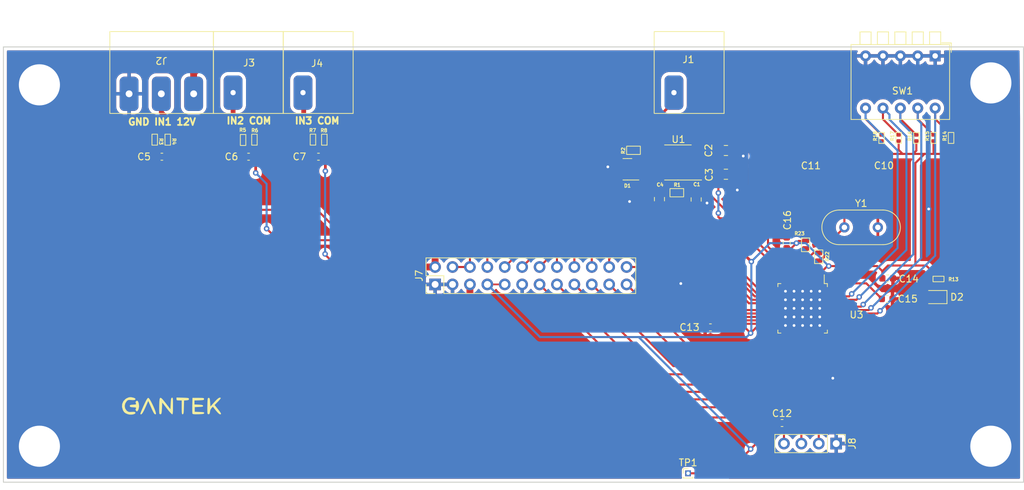
<source format=kicad_pcb>
(kicad_pcb (version 20211014) (generator pcbnew)
  (layers (0 "F.Cu" signal) (31 "B.Cu" signal) (34 "B.Paste" user) (35 "F.Paste" user) (36 "B.SilkS" user "B.Silkscreen") (37 "F.SilkS" user "F.Silkscreen") (38 "B.Mask" user) (39 "F.Mask" user) (44 "Edge.Cuts" user))
  (net 0 "")
  (net 1 "12v")
  (net 2 "IN1")
  (net 3 "GND")
  (net 4 "B")
  (net 5 "A")
  (net 6 "IN2")
  (net 7 "IN3")
  (net 8 "RX")
  (net 9 "VMCU")
  (net 13 "S2")
  (net 14 "S1")
  (net 15 "S0")
  (net 16 "TXEN")
  (net 17 "TX")
  (net 20 "RELAY_1")
  (net 21 "RELAY_2")
  (net 22 "RELAY_3")
  (net 23 "RELAY_4")
  (net 24 "RELAY_5")
  (net 25 "VO_1_LOCK")
  (net 26 "PB10")
  (net 27 "VO_4_DOOR")
  (net 28 "VO_5_LOCK")
  (net 29 "VO_1_DOOR")
  (net 30 "V0_2_LOCK")
  (net 31 "VO_2_DOOR")
  (net 32 "VO_3_LOCK")
  (net 33 "VO_3_DOOR")
  (net 34 "SWDIO")
  (net 35 "SWDCLK")
  (net 36 "RESET")
  (net 37 "PC1")
  (net 38 "VO_5_DOOR")
  (net 39 "VO_4_LOCK")
  (net 40 "PB4")
  (net 41 "PB5")
  (net 42 "OSCOUT")
  (net 43 "PB8")
  (net 44 "PB9")
  (net 45 "Net-(D2-Pad2)")
  (net 46 "OSCIN")
  (net 47 "GND1")
  (net 48 "Net-(C12-Pad2)")
  (footprint "Capacitor_SMD:C_0201_0603Metric" (layer "F.Cu") (at 179.11 57.53)
    (fp_text reference "C11")
    (fp_text value "10pF")
  )
  (footprint "Capacitor_SMD:C_0603_1608Metric" (layer "F.Cu") (at 174.9 94)
    (fp_text reference "C12")
    (fp_text value "100nF")
  )
  (footprint "Package_QFP:LQFP-48_7x7mm_P0.5mm" (layer "F.Cu") (at 177.9 77.27 -90)
    (fp_text reference "U3")
    (fp_text value "STM32F030C6Tx")
  )
  (footprint "as_kutuphane:as_0805_res" (layer "F.Cu") (at 180.85 70.737 180)
    (fp_text reference "R22")
    (fp_text value "1M")
  )
  (footprint "Package_SO:SOIC-8_3.9x4.9mm_P1.27mm" (layer "F.Cu") (at 159.71 55.98 180)
    (fp_text reference "U1")
    (fp_text value "MAX14783ExS")
  )
  (footprint "Capacitor_SMD:C_0805_2012Metric" (layer "F.Cu") (at 166.71 54.23 180)
    (fp_text reference "C2")
    (fp_text value "47pF/16v")
  )
  (footprint "as_kutuphane:as_0805_res" (layer "F.Cu") (at 152.223 54.80425 90)
    (fp_text reference "R2")
    (fp_text value "120")
  )
  (footprint "Package_TO_SOT_SMD:SOT-23" (layer "F.Cu") (at 152.335 56.975 180)
    (fp_text reference "D1")
    (fp_text value "SP0502BAHT")
  )
  (footprint "Crystal:Crystal_HC49-4H_Vertical" (layer "F.Cu") (at 184 65.45)
    (fp_text reference "Y1")
    (fp_text value "8MHz")
  )
  (footprint "as_kutuphane:as_0603_res" (layer "F.Cu") (at 196.605 53.195 90)
    (fp_text reference "R15")
    (fp_text value "10k")
  )
  (footprint "as_kutuphane:as_0603_res" (layer "F.Cu") (at 83.755 51.855 -90)
    (fp_text reference "R3")
    (fp_text value "7,9K")
  )
  (footprint "as_kutuphane:as_terminal_1x3" (layer "F.Cu") (at 91.915 48.82 180)
    (fp_text reference "J2")
    (fp_text value "12V OUT COM")
  )
  (footprint "as_kutuphane:as_0603_res" (layer "F.Cu") (at 191.515 53.195 90)
    (fp_text reference "R17")
    (fp_text value "10k")
  )
  (footprint "as_kutuphane:as_0603_res" (layer "F.Cu") (at 85.655 51.855 -90)
    (fp_text reference "R4")
    (fp_text value "165R")
  )
  (footprint "Connector_PinHeader_2.54mm:PinHeader_2x12_P2.54mm_Vertical" (layer "F.Cu") (at 124.275 73.775 90)
    (fp_text reference "J7")
    (fp_text value "Conn_02x12_Counter_Clockwise")
  )
  (footprint "Capacitor_SMD:C_0805_2012Metric" (layer "F.Cu") (at 162.37 61.38 -90)
    (fp_text reference "C1")
    (fp_text value "47pF/16v")
  )
  (footprint "Button_Switch_THT:SW_DIP_SPSTx05_Piano_10.8x14.26mm_W7.62mm_P2.54mm" (layer "F.Cu") (at 197.245 40.43 -90)
    (fp_text reference "SW1")
    (fp_text value "door_choice")
  )
  (footprint "as_kutuphane:as_0603_res" (layer "F.Cu") (at 189.025 53.195 90)
    (fp_text reference "R18")
    (fp_text value "10k")
  )
  (footprint "as_kutuphane:as_0805_res" (layer "F.Cu") (at 160.545 59.795 -90)
    (fp_text reference "R1")
    (fp_text value "4k7")
  )
  (footprint "Capacitor_SMD:C_0603_1608Metric" (layer "F.Cu") (at 164.45 80.04)
    (fp_text reference "C13")
    (fp_text value "100nF")
  )
  (footprint "as_kutuphane:as_0603_res" (layer "F.Cu") (at 106.85 51.85 -90)
    (fp_text reference "R7")
    (fp_text value "7,9K")
  )
  (footprint "as_kutuphane:as_0603_res" (layer "F.Cu") (at 98.31 51.855 -90)
    (fp_text reference "R6")
    (fp_text value "165R")
  )
  (footprint "Capacitor_SMD:C_0603_1608Metric" (layer "F.Cu") (at 97.055 55.14 180)
    (fp_text reference "C6")
    (fp_text value "10pF")
  )
  (footprint "Capacitor_SMD:C_0603_1608Metric" (layer "F.Cu") (at 175.58 67.7 -90)
    (fp_text reference "C16")
    (fp_text value "100nF")
  )
  (footprint "Capacitor_SMD:C_0603_1608Metric" (layer "F.Cu") (at 107.255 55.14 180)
    (fp_text reference "C7")
    (fp_text value "10pF")
  )
  (footprint "as_kutuphane:as_0603_res" (layer "F.Cu") (at 96.65 51.895 -90)
    (fp_text reference "R5")
    (fp_text value "7,9K")
  )
  (footprint "Capacitor_SMD:C_0201_0603Metric" (layer "F.Cu") (at 189.81 57.53 180)
    (fp_text reference "C10")
    (fp_text value "10pF")
  )
  (footprint "LOGO:LOGO" (layer "F.Cu") (at 85.772409 91.470449)
    (fp_text reference "G***")
    (fp_text value "LOGO" hide)
  )
  (footprint "LED_SMD:LED_0805_2012Metric" (layer "F.Cu") (at 197.2825 75.625 180)
    (fp_text reference "D2")
    (fp_text value "power_led")
  )
  (footprint "Capacitor_SMD:C_0603_1608Metric" (layer "F.Cu") (at 190.315 72.89 180)
    (fp_text reference "C14")
    (fp_text value "100nF")
  )
  (footprint "as_kutuphane:as_0603_res" (layer "F.Cu") (at 108.51 51.855 -90)
    (fp_text reference "R8")
    (fp_text value "165R")
  )
  (footprint "Capacitor_SMD:C_0805_2012Metric" (layer "F.Cu") (at 157.01 61.33 90)
    (fp_text reference "C4")
    (fp_text value "47pF/16v")
  )
  (footprint "Capacitor_SMD:C_0805_2012Metric" (layer "F.Cu") (at 166.71 57.7)
    (fp_text reference "C3")
    (fp_text value "47pF/16v")
  )
  (footprint "Connector_PinHeader_1.00mm:PinHeader_1x01_P1.00mm_Vertical" (layer "F.Cu") (at 161.19 101.34)
    (fp_text reference "TP1")
    (fp_text value "TestPoint")
  )
  (footprint "Capacitor_SMD:C_0603_1608Metric" (layer "F.Cu") (at 84.4 55.14 180)
    (fp_text reference "C5")
    (fp_text value "10pF")
  )
  (footprint "as_kutuphane:terminalblock_vertical_10.20mmx11.94mm" (layer "F.Cu") (at 166.445 48.82 180)
    (fp_text reference "J1")
    (fp_text value "A+  B-")
  )
  (footprint "as_kutuphane:terminalblock_vertical_10.20mmx11.94mm" (layer "F.Cu") (at 102.115 48.82 180)
    (fp_text reference "J3")
    (fp_text value "OUT1 COM")
  )
  (footprint "as_kutuphane:terminalblock_vertical_10.20mmx11.94mm" (layer "F.Cu") (at 112.315 48.82 180)
    (fp_text reference "J4")
    (fp_text value "OUT2 COM")
  )
  (footprint "as_kutuphane:as_0603_res" (layer "F.Cu") (at 196.9325 72.585)
    (fp_text reference "R13")
    (fp_text value "100R")
  )
  (footprint "as_kutuphane:as_0603_res" (layer "F.Cu") (at 194.095 53.195 90)
    (fp_text reference "R16")
    (fp_text value "10k")
  )
  (footprint "Connector_PinHeader_2.54mm:PinHeader_1x04_P2.54mm_Vertical" (layer "F.Cu") (at 182.8 97 -90)
    (fp_text reference "J8")
    (fp_text value "SWD_Conn")
  )
  (footprint "as_kutuphane:as_0805_res" (layer "F.Cu") (at 177.735 66.995)
    (fp_text reference "R23")
    (fp_text value "10k")
  )
  (footprint "Capacitor_SMD:C_0603_1608Metric" (layer "F.Cu") (at 190.245 75.89 180)
    (fp_text reference "C15")
    (fp_text value "100nF")
  )
  (footprint "as_kutuphane:as_0603_res" (layer "F.Cu") (at 199.165 53.195 90)
    (fp_text reference "R14")
    (fp_text value "10k")
  )
  (gr_rect locked (start 61.28 39.12) (end 210.14 102.64) (layer "Edge.Cuts") (width 0.15) (fill none))
  (gr_text "IN2 COM\n" (at 97.1 49.89) (layer "F.SilkS") (effects (font (size 1 1) (thickness 0.25))))
  (gr_text "IN3 COM\n" (at 107.06 49.89) (layer "F.SilkS") (effects (font (size 1 1) (thickness 0.25))))
  (gr_text "GND IN1 12V\n" (at 84.42 50.05) (layer "F.SilkS") (effects (font (size 1 1) (thickness 0.25))))
  (segment (start 113.52 41.72) (end 124.275 52.475) (width 1) (layer "F.Cu") (net 1))
  (segment (start 122.73 76.79) (end 120.44 74.5) (width 1) (layer "F.Cu") (net 1))
  (segment (start 89.04 42.92) (end 90.24 41.72) (width 1) (layer "F.Cu") (net 1))
  (segment (start 89.04 45.96) (end 89.04 42.92) (width 1) (layer "F.Cu") (net 1))
  (segment (start 128.15 76.79) (end 122.73 76.79) (width 1) (layer "F.Cu") (net 1))
  (segment (start 121.695 71.235) (end 124.275 71.235) (width 1) (layer "F.Cu") (net 1))
  (segment (start 120.44 74.5) (end 120.44 72.49) (width 1) (layer "F.Cu") (net 1))
  (segment (start 90.24 41.72) (end 113.52 41.72) (width 1) (layer "F.Cu") (net 1))
  (segment (start 120.44 72.49) (end 121.695 71.235) (width 1) (layer "F.Cu") (net 1))
  (segment (start 124.275 52.475) (end 124.275 71.235) (width 1) (layer "F.Cu") (net 1))
  (segment (start 129.355 75.585) (end 128.15 76.79) (width 1) (layer "F.Cu") (net 1))
  (segment (start 129.355 73.775) (end 129.355 75.585) (width 1) (layer "F.Cu") (net 1))
  (segment (start 86.1 51.36) (end 86.1 50.45) (width 0.7) (layer "F.Cu") (net 2))
  (segment (start 83.355 52.205) (end 85.255 52.205) (width 0.7) (layer "F.Cu") (net 2))
  (segment (start 84.32 48.67) (end 84.32 45.96) (width 0.7) (layer "F.Cu") (net 2))
  (segment (start 86.1 50.45) (end 84.32 48.67) (width 0.7) (layer "F.Cu") (net 2))
  (segment (start 85.255 52.205) (end 86.1 51.36) (width 0.7) (layer "F.Cu") (net 2))
  (segment (start 201.43 40.43) (end 197.245 40.43) (width 0.25) (layer "F.Cu") (net 3))
  (segment (start 178.74 57.48) (end 178.75 57.49) (width 0.5) (layer "F.Cu") (net 3))
  (segment (start 180.65 75.02) (end 180.4 74.77) (width 0.3) (layer "F.Cu") (net 3))
  (segment (start 167.37 79.52) (end 166.82 78.97) (width 0.3) (layer "F.Cu") (net 3))
  (segment (start 175.58 66.925) (end 175.58 60.1) (width 0.5) (layer "F.Cu") (net 3))
  (segment (start 204.25 96.27) (end 205.37 97.39) (width 0.25) (layer "F.Cu") (net 3))
  (segment (start 182.0625 75.02) (end 180.65 75.02) (width 0.3) (layer "F.Cu") (net 3))
  (segment (start 175.15 79.52) (end 175.4 79.77) (width 0.3) (layer "F.Cu") (net 3))
  (segment (start 178.2 57.48) (end 178.74 57.48) (width 0.5) (layer "F.Cu") (net 3))
  (segment (start 192.165 40.43) (end 194.705 40.43) (width 0.3) (layer "F.Cu") (net 3))
  (segment (start 182.8 97) (end 204.98 97) (width 0.5) (layer "F.Cu") (net 3))
  (segment (start 178.79 56.03) (end 178.79 57.53) (width 0.3) (layer "F.Cu") (net 3))
  (segment (start 164.25 78.97) (end 163.675 79.545) (width 0.3) (layer "F.Cu") (net 3))
  (segment (start 187.085 40.43) (end 189.625 40.43) (width 0.3) (layer "F.Cu") (net 3))
  (segment (start 179.29 55.53) (end 178.79 56.03) (width 0.3) (layer "F.Cu") (net 3))
  (segment (start 163.675 79.545) (end 163.675 80.04) (width 0.3) (layer "F.Cu") (net 3))
  (segment (start 175.58 60.1) (end 178.2 57.48) (width 0.5) (layer "F.Cu") (net 3))
  (segment (start 173.7375 79.52) (end 167.37 79.52) (width 0.3) (layer "F.Cu") (net 3))
  (segment (start 205.37 44.37) (end 201.43 40.43) (width 0.25) (layer "F.Cu") (net 3))
  (segment (start 166.82 78.97) (end 164.25 78.97) (width 0.3) (layer "F.Cu") (net 3))
  (segment (start 204.98 97) (end 205.37 97.39) (width 0.5) (layer "F.Cu") (net 3))
  (segment (start 190.13 57.53) (end 190.13 56.52) (width 0.3) (layer "F.Cu") (net 3))
  (segment (start 194.705 40.43) (end 197.245 40.43) (width 0.3) (layer "F.Cu") (net 3))
  (segment (start 177.15 74.27) (end 176.65 74.77) (width 0.3) (layer "F.Cu") (net 3))
  (segment (start 189.625 40.43) (end 192.165 40.43) (width 0.3) (layer "F.Cu") (net 3))
  (segment (start 173.7375 79.52) (end 175.15 79.52) (width 0.3) (layer "F.Cu") (net 3))
  (segment (start 189.14 55.53) (end 179.29 55.53) (width 0.3) (layer "F.Cu") (net 3))
  (segment (start 178.75 57.49) (end 178.75 57.53) (width 0.5) (layer "F.Cu") (net 3))
  (segment (start 177.15 73.1075) (end 177.15 74.27) (width 0.3) (layer "F.Cu") (net 3))
  (segment (start 190.13 56.52) (end 189.14 55.53) (width 0.3) (layer "F.Cu") (net 3))
  (via (at 175.4 76.02) (size 0.8) (drill 0.4) (layers "F.Cu" "B.Cu") (net 3))
  (via (at 160.13 73.65) (size 0.8) (drill 0.4) (layers "F.Cu" "B.Cu") (net 3))
  (via (at 177.9 76.02) (size 0.8) (drill 0.4) (layers "F.Cu" "B.Cu") (net 3))
  (via (at 175.4 77.27) (size 0.8) (drill 0.4) (layers "F.Cu" "B.Cu") (net 3))
  (via (at 176.65 79.77) (size 0.8) (drill 0.4) (layers "F.Cu" "B.Cu") (net 3))
  (via (at 149.48 56.62) (size 0.8) (drill 0.4) (layers "F.Cu" "B.Cu") (net 3))
  (via (at 177.9 78.52) (size 0.8) (drill 0.4) (layers "F.Cu" "B.Cu") (net 3))
  (via (at 179.15 76.02) (size 0.8) (drill 0.4) (layers "F.Cu" "B.Cu") (net 3))
  (via (at 176.65 77.27) (size 0.8) (drill 0.4) (layers "F.Cu" "B.Cu") (net 3))
  (via (at 180.4 77.27) (size 0.8) (drill 0.4) (layers "F.Cu" "B.Cu") (net 3))
  (via (at 182.31 87.46) (size 0.8) (drill 0.4) (layers "F.Cu" "B.Cu") (net 3))
  (via (at 180.4 74.77) (size 0.8) (drill 0.4) (layers "F.Cu" "B.Cu") (net 3))
  (via (at 66.53 44.65) (size 6.22) (drill 6) (layers "F.Cu" "B.Cu") (net 3))
  (via (at 177.9 77.27) (size 0.8) (drill 0.4) (layers "F.Cu" "B.Cu") (net 3))
  (via (at 196.3 62.77) (size 0.8) (drill 0.4) (layers "F.Cu" "B.Cu") (net 3))
  (via (at 179.15 79.77) (size 0.8) (drill 0.4) (layers "F.Cu" "B.Cu") (net 3))
  (via (at 179.15 74.77) (size 0.8) (drill 0.4) (layers "F.Cu" "B.Cu") (net 3))
  (via (at 176.65 78.52) (size 0.8) (drill 0.4) (layers "F.Cu" "B.Cu") (net 3))
  (via (at 177.9 74.77) (size 0.8) (drill 0.4) (layers "F.Cu" "B.Cu") (net 3))
  (via (at 176.65 76.02) (size 0.8) (drill 0.4) (layers "F.Cu" "B.Cu") (net 3))
  (via (at 176.65 74.77) (size 0.8) (drill 0.4) (layers "F.Cu" "B.Cu") (net 3))
  (via (at 175.4 74.77) (size 0.8) (drill 0.4) (layers "F.Cu" "B.Cu") (net 3))
  (via (at 152.65 61.68) (size 0.8) (drill 0.4) (layers "F.Cu" "B.Cu") (net 3))
  (via (at 66.53 97.39) (size 6.22) (drill 6) (layers "F.Cu" "B.Cu") (net 3))
  (via (at 179.15 77.27) (size 0.8) (drill 0.4) (layers "F.Cu" "B.Cu") (net 3))
  (via (at 205.37 97.39) (size 6.22) (drill 6) (layers "F.Cu" "B.Cu") (net 3))
  (via (at 179.15 78.52) (size 0.8) (drill 0.4) (layers "F.Cu" "B.Cu") (net 3))
  (via (at 175.4 79.77) (size 0.8) (drill 0.4) (layers "F.Cu" "B.Cu") (net 3))
  (via (at 177.9 79.77) (size 0.8) (drill 0.4) (layers "F.Cu" "B.Cu") (net 3))
  (via (at 205.37 44.37) (size 6.22) (drill 6) (layers "F.Cu" "B.Cu") (net 3))
  (via (at 180.4 79.77) (size 0.8) (drill 0.4) (layers "F.Cu" "B.Cu") (net 3))
  (via (at 175.4 78.52) (size 0.8) (drill 0.4) (layers "F.Cu" "B.Cu") (net 3))
  (via (at 180.4 78.52) (size 0.8) (drill 0.4) (layers "F.Cu" "B.Cu") (net 3))
  (via (at 180.4 76.02) (size 0.8) (drill 0.4) (layers "F.Cu" "B.Cu") (net 3))
  (segment (start 205.37 97.39) (end 205.37 44.37) (width 0.25) (layer "B.Cu") (net 3))
  (segment (start 205.2 44.2) (end 205.37 44.37) (width 0.3) (layer "B.Cu") (net 3))
  (segment (start 153.095 57.925) (end 153.2725 57.925) (width 0.4) (layer "F.Cu") (net 4))
  (segment (start 155.635 56.615) (end 154.325 57.925) (width 0.4) (layer "F.Cu") (net 4))
  (segment (start 159.125 47.105) (end 152.66 53.57) (width 0.4) (layer "F.Cu") (net 4))
  (segment (start 152.055 58.965) (end 153.095 57.925) (width 0.4) (layer "F.Cu") (net 4))
  (segment (start 157.235 56.615) (end 155.635 56.615) (width 0.4) (layer "F.Cu") (net 4))
  (segment (start 159.125 45.79) (end 159.125 47.105) (width 0.4) (layer "F.Cu") (net 4))
  (segment (start 152.66 54.20425) (end 152.66 53.57) (width 0.4) (layer "F.Cu") (net 4))
  (segment (start 148.04 57.45) (end 149.555 58.965) (width 0.4) (layer "F.Cu") (net 4))
  (segment (start 154.325 57.925) (end 153.2725 57.925) (width 0.4) (layer "F.Cu") (net 4))
  (segment (start 149.555 58.965) (end 152.055 58.965) (width 0.4) (layer "F.Cu") (net 4))
  (segment (start 152.66 54.20425) (end 149.38575 54.20425) (width 0.4) (layer "F.Cu") (net 4))
  (segment (start 149.38575 54.20425) (end 148.04 55.55) (width 0.4) (layer "F.Cu") (net 4))
  (segment (start 148.04 55.55) (end 148.04 57.45) (width 0.4) (layer "F.Cu") (net 4))
  (segment (start 159.425 54.305) (end 158.385 55.345) (width 0.4) (layer "F.Cu") (net 5))
  (segment (start 154.575 54.195) (end 155.725 55.345) (width 0.4) (layer "F.Cu") (net 5))
  (segment (start 153.765 54.195) (end 154.575 54.195) (width 0.4) (layer "F.Cu") (net 5))
  (segment (start 163.465 48.315) (end 163.465 45.82) (width 0.4) (layer "F.Cu") (net 5))
  (segment (start 153.2725 56.025) (end 155.045 56.025) (width 0.4) (layer "F.Cu") (net 5))
  (segment (start 155.045 56.025) (end 155.725 55.345) (width 0.4) (layer "F.Cu") (net 5))
  (segment (start 155.725 55.345) (end 157.235 55.345) (width 0.4) (layer "F.Cu") (net 5))
  (segment (start 159.425 52.355) (end 163.465 48.315) (width 0.4) (layer "F.Cu") (net 5))
  (segment (start 158.385 55.345) (end 157.235 55.345) (width 0.4) (layer "F.Cu") (net 5))
  (segment (start 159.425 52.355) (end 159.425 54.305) (width 0.4) (layer "F.Cu") (net 5))
  (segment (start 94.795 45.79) (end 94.795 50.71) (width 0.7) (layer "F.Cu") (net 6))
  (segment (start 97.91 52.205) (end 96.29 52.205) (width 0.7) (layer "F.Cu") (net 6))
  (segment (start 94.795 50.71) (end 96.29 52.205) (width 0.7) (layer "F.Cu") (net 6))
  (segment (start 96.29 52.205) (end 96.25 52.245) (width 0.7) (layer "F.Cu") (net 6))
  (segment (start 106.455 52.205) (end 106.45 52.2) (width 0.7) (layer "F.Cu") (net 7))
  (segment (start 105.1 50.85) (end 105.1 45.895) (width 0.7) (layer "F.Cu") (net 7))
  (segment (start 106.45 52.2) (end 105.1 50.85) (width 0.7) (layer "F.Cu") (net 7))
  (segment (start 105.1 45.895) (end 104.995 45.79) (width 0.7) (layer "F.Cu") (net 7))
  (segment (start 108.11 52.205) (end 106.455 52.205) (width 0.7) (layer "F.Cu") (net 7))
  (segment (start 175.65 71.93) (end 172.335 68.615) (width 0.3) (layer "F.Cu") (net 8))
  (segment (start 164.14 60.43) (end 162.37 60.43) (width 0.3) (layer "F.Cu") (net 8))
  (segment (start 162.335 60.395) (end 162.37 60.43) (width 0.4) (layer "F.Cu") (net 8))
  (segment (start 162.37 58.07) (end 162.185 57.885) (width 0.4) (layer "F.Cu") (net 8))
  (segment (start 172.335 68.615) (end 172.325 68.615) (width 0.3) (layer "F.Cu") (net 8))
  (segment (start 162.185 57.885) (end 161.795 57.885) (width 0.4) (layer "F.Cu") (net 8))
  (segment (start 172.325 68.615) (end 164.14 60.43) (width 0.3) (layer "F.Cu") (net 8))
  (segment (start 160.108 60.395) (end 162.335 60.395) (width 0.4) (layer "F.Cu") (net 8))
  (segment (start 175.65 73.1075) (end 175.65 71.93) (width 0.3) (layer "F.Cu") (net 8))
  (segment (start 172.335 68.615) (end 172.32 68.6) (width 0.3) (layer "F.Cu") (net 8))
  (segment (start 162.37 60.43) (end 162.37 58.07) (width 0.4) (layer "F.Cu") (net 8))
  (segment (start 129.355 69.625) (end 138.875001 60.104999) (width 0.3) (layer "F.Cu") (net 9))
  (segment (start 197.27 54.73) (end 198.47 54.73) (width 0.3) (layer "F.Cu") (net 9))
  (segment (start 194.495 52.845) (end 194.495 54.255) (width 0.3) (layer "F.Cu") (net 9))
  (segment (start 176.275 68.475) (end 177 67.75) (width 0.3) (layer "F.Cu") (net 9))
  (segment (start 181.51 71.1) (end 181.71 71.1) (width 0.3) (layer "F.Cu") (net 9))
  (segment (start 129.355 71.235) (end 129.355 69.625) (width 0.3) (layer "F.Cu") (net 9))
  (segment (start 187.2 73.62) (end 189.47 75.89) (width 0.3) (layer "F.Cu") (net 9))
  (segment (start 166.785 101.34) (end 161.19 101.34) (width 0.3) (layer "F.Cu") (net 9))
  (segment (start 155.75 58.25) (end 156.115 57.885) (width 0.4) (layer "F.Cu") (net 9))
  (segment (start 194.36 71.02) (end 190.36 71.02) (width 0.3) (layer "F.Cu") (net 9))
  (segment (start 182.0625 74.52) (end 180.65 73.1075) (width 0.3) (layer "F.Cu") (net 9))
  (segment (start 192.5 54.73) (end 194.02 54.73) (width 0.3) (layer "F.Cu") (net 9))
  (segment (start 159.003 61.903) (end 160.81 63.71) (width 0.4) (layer "F.Cu") (net 9))
  (segment (start 156.58 60.38) (end 155.75 59.55) (width 0.4) (layer "F.Cu") (net 9))
  (segment (start 184.72 73.62) (end 187.2 73.62) (width 0.3) (layer "F.Cu") (net 9))
  (segment (start 157.03425 60.40425) (end 157.01 60.38) (width 0.4) (layer "F.Cu") (net 9))
  (segment (start 175.58 68.475) (end 176.275 68.475) (width 0.3) (layer "F.Cu") (net 9))
  (segment (start 191.915 52.845) (end 191.915 54.145) (width 0.3) (layer "F.Cu") (net 9))
  (segment (start 190.36 71.02) (end 189.54 71.84) (width 0.3) (layer "F.Cu") (net 9))
  (segment (start 197.2825 72.985) (end 197.2825 72.3625) (width 0.3) (layer "F.Cu") (net 9))
  (segment (start 170.31 80.88) (end 169.45 80.02) (width 0.3) (layer "F.Cu") (net 9))
  (segment (start 197.005 54.465) (end 197.27 54.73) (width 0.3) (layer "F.Cu") (net 9))
  (segment (start 189.43 53.4) (end 190.76 54.73) (width 0.3) (layer "F.Cu") (net 9))
  (segment (start 170.3225 97.8025) (end 166.785 101.34) (width 0.3) (layer "F.Cu") (net 9))
  (segment (start 173.7375 80.02) (end 171.17 80.02) (width 0.3) (layer "F.Cu") (net 9))
  (segment (start 155.75 59.55) (end 155.75 58.25) (width 0.4) (layer "F.Cu") (net 9))
  (segment (start 176.65 69.545) (end 175.58 68.475) (width 0.3) (layer "F.Cu") (net 9))
  (segment (start 159.003 60.40425) (end 157.03425 60.40425) (width 0.4) (layer "F.Cu") (net 9))
  (segment (start 194.36 56.06) (end 195.69 54.73) (width 0.3) (layer "F.Cu") (net 9))
  (segment (start 181.71 71.1) (end 188.8 71.1) (width 0.3) (layer "F.Cu") (net 9))
  (segment (start 190.76 54.73) (end 192.5 54.73) (width 0.3) (layer "F.Cu") (net 9))
  (segment (start 189.43 52.85) (end 189.43 53.4) (width 0.3) (layer "F.Cu") (net 9))
  (segment (start 194.02 54.73) (end 195.69 54.73) (width 0.3) (layer "F.Cu") (net 9))
  (segment (start 191.915 54.145) (end 192.5 54.73) (width 0.3) (layer "F.Cu") (net 9))
  (segment (start 126.815 71.235) (end 129.355 71.235) (width 0.3) (layer "F.Cu") (net 9))
  (segment (start 160.81 63.71) (end 163.68 63.71) (width 0.4) (layer "F.Cu") (net 9))
  (segment (start 197.2825 72.3625) (end 195.94 71.02) (width 0.3) (layer "F.Cu") (net 9))
  (segment (start 180.65 71.96) (end 181.51 71.1) (width 0.3) (layer "F.Cu") (net 9))
  (segment (start 194.495 54.255) (end 194.02 54.73) (width 0.3) (layer "F.Cu") (net 9))
  (segment (start 198.47 54.73) (end 199.565 53.635) (width 0.3) (layer "F.Cu") (net 9))
  (segment (start 131.895 73.775) (end 134.435 73.775) (width 0.25) (layer "F.Cu") (net 9))
  (segment (start 189.54 71.84) (end 189.54 72.89) (width 0.3) (layer "F.Cu") (net 9))
  (segment (start 195.94 71.02) (end 194.36 71.02) (width 0.3) (layer "F.Cu") (net 9))
  (segment (start 183.82 74.52) (end 184.72 73.62) (width 0.3) (layer "F.Cu") (net 9))
  (segment (start 171.17 80.02) (end 170.31 80.88) (width 0.3) (layer "F.Cu") (net 9))
  (segment (start 157.01 60.38) (end 156.58 60.38) (width 0.4) (layer "F.Cu") (net 9))
  (segment (start 176.65 73.1075) (end 176.65 69.545) (width 0.3) (layer "F.Cu") (net 9))
  (segment (start 159.003 60.40425) (end 159.003 61.903) (width 0.4) (layer "F.Cu") (net 9))
  (segment (start 180.65 73.1075) (end 180.65 71.96) (width 0.3) (layer "F.Cu") (net 9))
  (segment (start 138.875001 60.104999) (end 155.195001 60.104999) (width 0.3) (layer "F.Cu") (net 9))
  (segment (start 174.125 94) (end 170.3225 97.8025) (width 0.3) (layer "F.Cu") (net 9))
  (segment (start 165.245 80.02) (end 165.225 80.04) (width 0.3) (layer "F.Cu") (net 9))
  (segment (start 195.69 54.73) (end 197.27 54.73) (width 0.3) (layer "F.Cu") (net 9))
  (segment (start 197.005 52.845) (end 197.005 54.465) (width 0.3) (layer "F.Cu") (net 9))
  (segment (start 155.195001 60.104999) (end 155.75 59.55) (width 0.3) (layer "F.Cu") (net 9))
  (segment (start 182.0625 74.52) (end 183.82 74.52) (width 0.3) (layer "F.Cu") (net 9))
  (segment (start 194.36 71.02) (end 194.36 56.06) (width 0.3) (layer "F.Cu") (net 9))
  (segment (start 177.318 67.432) (end 178.335 67.432) (width 0.3) (layer "F.Cu") (net 9))
  (segment (start 199.565 53.635) (end 199.565 52.845) (width 0.3) (layer "F.Cu") (net 9))
  (segment (start 177 67.75) (end 177.318 67.432) (width 0.3) (layer "F.Cu") (net 9))
  (segment (start 188.8 71.1) (end 189.54 71.84) (width 0.3) (layer "F.Cu") (net 9))
  (segment (start 189.425 52.845) (end 189.43 52.85) (width 0.3) (layer "F.Cu") (net 9))
  (segment (start 169.45 80.02) (end 165.245 80.02) (width 0.3) (layer "F.Cu") (net 9))
  (segment (start 156.115 57.885) (end 157.235 57.885) (width 0.4) (layer "F.Cu") (net 9))
  (segment (start 163.68 63.71) (end 170.42 70.45) (width 0.4) (layer "F.Cu") (net 9))
  (via (at 170.31 80.88) (size 0.8) (drill 0.4) (layers "F.Cu" "B.Cu") (net 9))
  (via (at 177 67.75) (size 0.8) (drill 0.4) (layers "F.Cu" "B.Cu") (net 9))
  (via (at 181.71 71.1) (size 0.8) (drill 0.4) (layers "F.Cu" "B.Cu") (net 9))
  (via (at 170.42 70.45) (size 0.8) (drill 0.4) (layers "F.Cu" "B.Cu") (net 9))
  (via (at 170.3225 97.8025) (size 0.8) (drill 0.4) (layers "F.Cu" "B.Cu") (net 9))
  (segment (start 154.66 82.14) (end 170.3225 97.8025) (width 0.3) (layer "B.Cu") (net 9))
  (segment (start 173.12 67.75) (end 177 67.75) (width 0.3) (layer "B.Cu") (net 9))
  (segment (start 178.36 67.75) (end 177 67.75) (width 0.3) (layer "B.Cu") (net 9))
  (segment (start 170.42 80.77) (end 170.42 70.45) (width 0.3) (layer "B.Cu") (net 9))
  (segment (start 155.49 81.46) (end 153.98 81.46) (width 0.3) (layer "B.Cu") (net 9))
  (segment (start 169.73 81.46) (end 155.49 81.46) (width 0.3) (layer "B.Cu") (net 9))
  (segment (start 170.31 80.88) (end 169.73 81.46) (width 0.3) (layer "B.Cu") (net 9))
  (segment (start 153.98 81.46) (end 139.58 81.46) (width 0.3) (layer "B.Cu") (net 9))
  (segment (start 153.98 81.46) (end 154.66 82.14) (width 0.3) (layer "B.Cu") (net 9))
  (segment (start 170.42 70.45) (end 173.12 67.75) (width 0.3) (layer "B.Cu") (net 9))
  (segment (start 170.31 80.88) (end 170.42 80.77) (width 0.3) (layer "B.Cu") (net 9))
  (segment (start 181.71 71.1) (end 178.36 67.75) (width 0.3) (layer "B.Cu") (net 9))
  (segment (start 139.58 81.46) (end 131.895 73.775) (width 0.3) (layer "B.Cu") (net 9))
  (segment (start 108.26 55.37) (end 108.03 55.14) (width 0.4) (layer "F.Cu") (net 13))
  (segment (start 179.15 85.35) (end 179.15 81.4325) (width 0.3) (layer "F.Cu") (net 13))
  (segment (start 108.26 57.23) (end 108.26 55.37) (width 0.4) (layer "F.Cu") (net 13))
  (segment (start 108.22 69.42) (end 131.99 93.19) (width 0.3) (layer "F.Cu") (net 13))
  (segment (start 108.11 53.095) (end 108.11 55.06) (width 0.3) (layer "F.Cu") (net 13))
  (segment (start 108.11 55.06) (end 108.03 55.14) (width 0.3) (layer "F.Cu") (net 13))
  (segment (start 134.35 93.19) (end 171.31 93.19) (width 0.3) (layer "F.Cu") (net 13))
  (segment (start 171.31 93.19) (end 179.15 85.35) (width 0.3) (layer "F.Cu") (net 13))
  (segment (start 131.99 93.19) (end 134.35 93.19) (width 0.4) (layer "F.Cu") (net 13))
  (segment (start 108.22 69.33) (end 108.22 69.42) (width 0.4) (layer "F.Cu") (net 13))
  (via (at 108.26 57.23) (size 0.8) (drill 0.4) (layers "F.Cu" "B.Cu") (net 13))
  (via (at 108.22 69.33) (size 0.8) (drill 0.4) (layers "F.Cu" "B.Cu") (net 13))
  (segment (start 108.22 69.33) (end 108.22 57.27) (width 0.3) (layer "B.Cu") (net 13))
  (segment (start 108.22 57.27) (end 108.26 57.23) (width 0.4) (layer "B.Cu") (net 13))
  (segment (start 97.83 55.14) (end 97.83 53.175) (width 0.3) (layer "F.Cu") (net 14))
  (segment (start 97.83 53.175) (end 97.91 53.095) (width 0.3) (layer "F.Cu") (net 14))
  (segment (start 134.36 91.7) (end 109.98 67.32) (width 0.3) (layer "F.Cu") (net 14))
  (segment (start 178.65 84.99) (end 171.94 91.7) (width 0.3) (layer "F.Cu") (net 14))
  (segment (start 109.98 67.32) (end 101.37 67.32) (width 0.3) (layer "F.Cu") (net 14))
  (segment (start 178.65 81.4325) (end 178.65 84.99) (width 0.3) (layer "F.Cu") (net 14))
  (segment (start 171.94 91.7) (end 134.36 91.7) (width 0.3) (layer "F.Cu") (net 14))
  (segment (start 98 55.31) (end 97.83 55.14) (width 0.3) (layer "F.Cu") (net 14))
  (segment (start 99.685 65.635) (end 99.68 65.63) (width 0.3) (layer "F.Cu") (net 14))
  (segment (start 101.37 67.32) (end 99.685 65.635) (width 0.3) (layer "F.Cu") (net 14))
  (segment (start 98.09 55.4) (end 97.83 55.14) (width 0.4) (layer "F.Cu") (net 14))
  (segment (start 98.09 57.5) (end 98.09 55.4) (width 0.4) (layer "F.Cu") (net 14))
  (via (at 98.09 57.5) (size 0.8) (drill 0.4) (layers "F.Cu" "B.Cu") (net 14))
  (via (at 99.685 65.635) (size 0.8) (drill 0.4) (layers "F.Cu" "B.Cu") (net 14))
  (segment (start 99.685 65.635) (end 99.685 59.095) (width 0.3) (layer "B.Cu") (net 14))
  (segment (start 99.685 59.095) (end 98.09 57.5) (width 0.3) (layer "B.Cu") (net 14))
  (segment (start 87.29 55.18) (end 86.9 55.18) (width 0.4) (layer "F.Cu") (net 15))
  (segment (start 95 62.89) (end 87.29 55.18) (width 0.3) (layer "F.Cu") (net 15))
  (segment (start 85.175 55.14) (end 85.175 53.175) (width 0.4) (layer "F.Cu") (net 15))
  (segment (start 85.215 55.18) (end 85.175 55.14) (width 0.3) (layer "F.Cu") (net 15))
  (segment (start 107.04 62.89) (end 95 62.89) (width 0.3) (layer "F.Cu") (net 15))
  (segment (start 85.175 53.175) (end 85.255 53.095) (width 0.3) (layer "F.Cu") (net 15))
  (segment (start 134.7 90.55) (end 172.27 90.55) (width 0.3) (layer "F.Cu") (net 15))
  (segment (start 134.7 90.55) (end 107.04 62.89) (width 0.3) (layer "F.Cu") (net 15))
  (segment (start 172.27 90.55) (end 178.15 84.67) (width 0.3) (layer "F.Cu") (net 15))
  (segment (start 178.15 84.67) (end 178.15 81.4325) (width 0.3) (layer "F.Cu") (net 15))
  (segment (start 86.9 55.18) (end 85.215 55.18) (width 0.4) (layer "F.Cu") (net 15))
  (segment (start 87.17 55.18) (end 86.9 55.18) (width 0.4) (layer "F.Cu") (net 15))
  (segment (start 166.86 64.13) (end 165.8 64.13) (width 0.3) (layer "F.Cu") (net 16))
  (segment (start 162.185 56.615) (end 164.675 56.615) (width 0.4) (layer "F.Cu") (net 16))
  (segment (start 175.15 72.42) (end 173.3 70.57) (width 0.3) (layer "F.Cu") (net 16))
  (segment (start 165.8 64.13) (end 165.61 63.94) (width 0.3) (layer "F.Cu") (net 16))
  (segment (start 165.61 60.43) (end 165.61 57.85) (width 0.3) (layer "F.Cu") (net 16))
  (segment (start 162.185 55.345) (end 162.185 56.615) (width 0.4) (layer "F.Cu") (net 16))
  (segment (start 175.15 73.1075) (end 175.15 72.42) (width 0.3) (layer "F.Cu") (net 16))
  (segment (start 173.3 70.57) (end 166.86 64.13) (width 0.3) (layer "F.Cu") (net 16))
  (segment (start 165.61 57.85) (end 165.76 57.7) (width 0.3) (layer "F.Cu") (net 16))
  (segment (start 175.15 73.1075) (end 175.15 72.34) (width 0.3) (layer "F.Cu") (net 16))
  (segment (start 164.675 56.615) (end 165.76 57.7) (width 0.4) (layer "F.Cu") (net 16))
  (segment (start 165.61 63.94) (end 165.61 63.37) (width 0.3) (layer "F.Cu") (net 16))
  (via (at 165.61 63.37) (size 0.8) (drill 0.4) (layers "F.Cu" "B.Cu") (net 16))
  (via (at 165.61 60.43) (size 0.8) (drill 0.4) (layers "F.Cu" "B.Cu") (net 16))
  (segment (start 165.61 60.43) (end 165.61 63.37) (width 0.3) (layer "B.Cu") (net 16))
  (segment (start 170.05 55.96) (end 166.61 55.96) (width 0.3) (layer "F.Cu") (net 17))
  (segment (start 165.76 55.11) (end 165.76 54.23) (width 0.3) (layer "F.Cu") (net 17))
  (segment (start 162.185 54.075) (end 165.605 54.075) (width 0.4) (layer "F.Cu") (net 17))
  (segment (start 166.61 55.96) (end 165.76 55.11) (width 0.3) (layer "F.Cu") (net 17))
  (segment (start 176.15 71.56) (end 172.85 68.26) (width 0.3) (layer "F.Cu") (net 17))
  (segment (start 172.85 58.76) (end 170.05 55.96) (width 0.3) (layer "F.Cu") (net 17))
  (segment (start 165.605 54.075) (end 165.76 54.23) (width 0.4) (layer "F.Cu") (net 17))
  (segment (start 176.15 73.1075) (end 176.15 71.56) (width 0.3) (layer "F.Cu") (net 17))
  (segment (start 172.85 68.26) (end 172.85 58.76) (width 0.3) (layer "F.Cu") (net 17))
  (segment (start 173.7375 74.52) (end 171.55 74.52) (width 0.3) (layer "F.Cu") (net 20))
  (segment (start 171.55 74.52) (end 161.57 64.54) (width 0.3) (layer "F.Cu") (net 20))
  (segment (start 161.57 64.54) (end 136.4 64.54) (width 0.3) (layer "F.Cu") (net 20))
  (segment (start 131.895 69.045) (end 131.895 71.235) (width 0.3) (layer "F.Cu") (net 20))
  (segment (start 136.4 64.54) (end 131.895 69.045) (width 0.3) (layer "F.Cu") (net 20))
  (segment (start 171.14 75.02) (end 161.26 65.14) (width 0.3) (layer "F.Cu") (net 21))
  (segment (start 140.53 65.14) (end 134.435 71.235) (width 0.3) (layer "F.Cu") (net 21))
  (segment (start 161.26 65.14) (end 140.53 65.14) (width 0.3) (layer "F.Cu") (net 21))
  (segment (start 173.7375 75.02) (end 171.14 75.02) (width 0.3) (layer "F.Cu") (net 21))
  (segment (start 142.57 65.64) (end 136.975 71.235) (width 0.3) (layer "F.Cu") (net 22))
  (segment (start 173.7375 75.52) (end 170.91 75.52) (width 0.3) (layer "F.Cu") (net 22))
  (segment (start 170.91 75.52) (end 161.03 65.64) (width 0.3) (layer "F.Cu") (net 22))
  (segment (start 161.03 65.64) (end 142.57 65.64) (width 0.3) (layer "F.Cu") (net 22))
  (segment (start 144.61 66.14) (end 139.515 71.235) (width 0.3) (layer "F.Cu") (net 23))
  (segment (start 170.39 76.02) (end 160.51 66.14) (width 0.3) (layer "F.Cu") (net 23))
  (segment (start 173.7375 76.02) (end 170.39 76.02) (width 0.3) (layer "F.Cu") (net 23))
  (segment (start 160.51 66.14) (end 144.61 66.14) (width 0.3) (layer "F.Cu") (net 23))
  (segment (start 160.49 66.95) (end 144.74 66.95) (width 0.3) (layer "F.Cu") (net 24))
  (segment (start 144.74 66.95) (end 142.055 69.635) (width 0.3) (layer "F.Cu") (net 24))
  (segment (start 173.7375 76.52) (end 170.06 76.52) (width 0.3) (layer "F.Cu") (net 24))
  (segment (start 170.06 76.52) (end 160.49 66.95) (width 0.3) (layer "F.Cu") (net 24))
  (segment (start 142.055 69.635) (end 142.055 71.235) (width 0.3) (layer "F.Cu") (net 24))
  (segment (start 154.215 71.235) (end 152.215 71.235) (width 0.3) (layer "F.Cu") (net 25))
  (segment (start 173.7375 79.02) (end 167.99 79.02) (width 0.3) (layer "F.Cu") (net 25))
  (segment (start 167.34 78.37) (end 161.35 78.37) (width 0.3) (layer "F.Cu") (net 25))
  (segment (start 167.99 79.02) (end 167.34 78.37) (width 0.3) (layer "F.Cu") (net 25))
  (segment (start 161.35 78.37) (end 154.215 71.235) (width 0.3) (layer "F.Cu") (net 25))
  (segment (start 182.0625 75.52) (end 184.7 75.52) (width 0.3) (layer "F.Cu") (net 26))
  (segment (start 187.085 49.615) (end 189.425 51.955) (width 0.3) (layer "F.Cu") (net 26))
  (segment (start 184.7 75.52) (end 185.06 75.16) (width 0.3) (layer "F.Cu") (net 26))
  (segment (start 187.085 48.05) (end 187.085 49.615) (width 0.3) (layer "F.Cu") (net 26))
  (via (at 185.06 75.16) (size 0.8) (drill 0.4) (layers "F.Cu" "B.Cu") (net 26))
  (segment (start 185.06 75.16) (end 191.76 68.46) (width 0.3) (layer "B.Cu") (net 26))
  (segment (start 191.76 54.23) (end 187.085 49.555) (width 0.3) (layer "B.Cu") (net 26))
  (segment (start 187.085 49.555) (end 187.085 48.05) (width 0.3) (layer "B.Cu") (net 26))
  (segment (start 191.76 68.46) (end 191.76 54.23) (width 0.3) (layer "B.Cu") (net 26))
  (segment (start 156.67 88.39) (end 142.055 73.775) (width 0.3) (layer "F.Cu") (net 27))
  (segment (start 172.63 88.39) (end 156.67 88.39) (width 0.3) (layer "F.Cu") (net 27))
  (segment (start 177.15 81.4325) (end 177.15 83.87) (width 0.3) (layer "F.Cu") (net 27))
  (segment (start 177.15 83.87) (end 172.63 88.39) (width 0.3) (layer "F.Cu") (net 27))
  (segment (start 147.135 69.625) (end 147.135 71.235) (width 0.3) (layer "F.Cu") (net 28))
  (segment (start 159.09 68.16) (end 148.6 68.16) (width 0.3) (layer "F.Cu") (net 28))
  (segment (start 168.95 78.02) (end 159.09 68.16) (width 0.3) (layer "F.Cu") (net 28))
  (segment (start 173.7375 78.02) (end 168.95 78.02) (width 0.3) (layer "F.Cu") (net 28))
  (segment (start 148.6 68.16) (end 147.135 69.625) (width 0.3) (layer "F.Cu") (net 28))
  (segment (start 149.675 70.045) (end 151.06 68.66) (width 0.3) (layer "F.Cu") (net 29))
  (segment (start 158.69 68.66) (end 168.55 78.52) (width 0.3) (layer "F.Cu") (net 29))
  (segment (start 149.675 71.235) (end 149.675 70.045) (width 0.3) (layer "F.Cu") (net 29))
  (segment (start 168.55 78.52) (end 173.7375 78.52) (width 0.3) (layer "F.Cu") (net 29))
  (segment (start 151.06 68.66) (end 158.69 68.66) (width 0.3) (layer "F.Cu") (net 29))
  (segment (start 175.65 83.057106) (end 173.987106 84.72) (width 0.3) (layer "F.Cu") (net 30))
  (segment (start 173.987106 84.72) (end 160.62 84.72) (width 0.3) (layer "F.Cu") (net 30))
  (segment (start 160.62 84.72) (end 149.675 73.775) (width 0.3) (layer "F.Cu") (net 30))
  (segment (start 175.65 81.4325) (end 175.65 83.057106) (width 0.3) (layer "F.Cu") (net 30))
  (segment (start 175.15 81.4325) (end 175.15 82.85) (width 0.3) (layer "F.Cu") (net 31))
  (segment (start 162.13 83.69) (end 152.215 73.775) (width 0.3) (layer "F.Cu") (net 31))
  (segment (start 175.15 82.85) (end 174.31 83.69) (width 0.3) (layer "F.Cu") (net 31))
  (segment (start 174.31 83.69) (end 162.13 83.69) (width 0.3) (layer "F.Cu") (net 31))
  (segment (start 173.387106 86.89) (end 157.71 86.89) (width 0.3) (layer "F.Cu") (net 32))
  (segment (start 176.65 81.4325) (end 176.65 83.627106) (width 0.3) (layer "F.Cu") (net 32))
  (segment (start 157.71 86.89) (end 144.595 73.775) (width 0.3) (layer "F.Cu") (net 32))
  (segment (start 176.65 83.627106) (end 173.387106 86.89) (width 0.3) (layer "F.Cu") (net 32))
  (segment (start 173.88 85.69) (end 159.05 85.69) (width 0.3) (layer "F.Cu") (net 33))
  (segment (start 159.05 85.69) (end 147.135 73.775) (width 0.3) (layer "F.Cu") (net 33))
  (segment (start 176.15 81.4325) (end 176.15 83.42) (width 0.3) (layer "F.Cu") (net 33))
  (segment (start 176.15 83.42) (end 173.88 85.69) (width 0.3) (layer "F.Cu") (net 33))
  (segment (start 177.72 93.92) (end 177.72 97) (width 0.3) (layer "F.Cu") (net 34))
  (segment (start 179.65 91.99) (end 177.72 93.92) (width 0.3) (layer "F.Cu") (net 34))
  (segment (start 179.65 81.4325) (end 179.65 91.99) (width 0.3) (layer "F.Cu") (net 34))
  (segment (start 182.0625 80.02) (end 183.53 80.02) (width 0.3) (layer "F.Cu") (net 35))
  (segment (start 180.26 95.14) (end 180.26 97) (width 0.3) (layer "F.Cu") (net 35))
  (segment (start 183.53 80.02) (end 184.76 81.25) (width 0.3) (layer "F.Cu") (net 35))
  (segment (start 184.76 81.25) (end 184.76 90.64) (width 0.3) (layer "F.Cu") (net 35))
  (segment (start 184.76 90.64) (end 180.26 95.14) (width 0.3) (layer "F.Cu") (net 35))
  (segment (start 177.65 73.1075) (end 177.65 70.04) (width 0.3) (layer "F.Cu") (net 36))
  (segment (start 177.65 70.04) (end 178.34425 69.34575) (width 0.3) (layer "F.Cu") (net 36))
  (segment (start 178.34425 69.34575) (end 178.34425 68.537) (width 0.3) (layer "F.Cu") (net 36))
  (segment (start 159.48 67.66) (end 145.99 67.66) (width 0.3) (layer "F.Cu") (net 38))
  (segment (start 173.7375 77.52) (end 169.34 77.52) (width 0.3) (layer "F.Cu") (net 38))
  (segment (start 169.34 77.52) (end 159.48 67.66) (width 0.3) (layer "F.Cu") (net 38))
  (segment (start 145.99 67.66) (end 144.595 69.055) (width 0.3) (layer "F.Cu") (net 38))
  (segment (start 144.595 69.055) (end 144.595 71.235) (width 0.3) (layer "F.Cu") (net 38))
  (segment (start 177.65 81.4325) (end 177.65 84.23) (width 0.3) (layer "F.Cu") (net 39))
  (segment (start 177.65 84.23) (end 172.43 89.45) (width 0.3) (layer "F.Cu") (net 39))
  (segment (start 155.19 89.45) (end 139.515 73.775) (width 0.3) (layer "F.Cu") (net 39))
  (segment (start 172.43 89.45) (end 155.19 89.45) (width 0.3) (layer "F.Cu") (net 39))
  (segment (start 197.245 49.635) (end 199.565 51.955) (width 0.3) (layer "F.Cu") (net 40))
  (segment (start 182.0625 78.02) (end 188.81 78.02) (width 0.3) (layer "F.Cu") (net 40))
  (segment (start 197.245 48.05) (end 197.245 49.635) (width 0.3) (layer "F.Cu") (net 40))
  (segment (start 188.81 78.02) (end 189.2 77.63) (width 0.3) (layer "F.Cu") (net 40))
  (via (at 189.2 77.63) (size 0.8) (drill 0.4) (layers "F.Cu" "B.Cu") (net 40))
  (segment (start 197.245 69.585) (end 189.2 77.63) (width 0.3) (layer "B.Cu") (net 40))
  (segment (start 197.245 48.05) (end 197.245 69.585) (width 0.3) (layer "B.Cu") (net 40))
  (segment (start 194.705 48.05) (end 194.705 49.655) (width 0.3) (layer "F.Cu") (net 41))
  (segment (start 182.0625 77.52) (end 187.56 77.52) (width 0.3) (layer "F.Cu") (net 41))
  (segment (start 187.56 77.52) (end 187.88 77.2) (width 0.3) (layer "F.Cu") (net 41))
  (segment (start 194.705 49.655) (end 197.005 51.955) (width 0.3) (layer "F.Cu") (net 41))
  (via (at 187.88 77.2) (size 0.8) (drill 0.4) (layers "F.Cu" "B.Cu") (net 41))
  (segment (start 187.93 77.2) (end 195.22 69.91) (width 0.3) (layer "B.Cu") (net 41))
  (segment (start 187.88 77.2) (end 187.93 77.2) (width 0.3) (layer "B.Cu") (net 41))
  (segment (start 194.705 49.755) (end 194.705 48.05) (width 0.3) (layer "B.Cu") (net 41))
  (segment (start 195.22 69.91) (end 195.22 50.27) (width 0.3) (layer "B.Cu") (net 41))
  (segment (start 195.22 50.27) (end 194.705 49.755) (width 0.3) (layer "B.Cu") (net 41))
  (segment (start 180.58 57.53) (end 179.43 57.53) (width 0.3) (layer "F.Cu") (net 42))
  (segment (start 184 60.95) (end 180.58 57.53) (width 0.3) (layer "F.Cu") (net 42))
  (segment (start 180.255 69.195) (end 184 65.45) (width 0.3) (layer "F.Cu") (net 42))
  (segment (start 178.16 70.49) (end 179.455 69.195) (width 0.3) (layer "F.Cu") (net 42))
  (segment (start 179.455 69.195) (end 180.24075 69.195) (width 0.3) (layer "F.Cu") (net 42))
  (segment (start 178.15 70.49) (end 178.16 70.49) (width 0.3) (layer "F.Cu") (net 42))
  (segment (start 180.24075 69.195) (end 180.255 69.195) (width 0.3) (layer "F.Cu") (net 42))
  (segment (start 184 65.45) (end 184 60.95) (width 0.3) (layer "F.Cu") (net 42))
  (segment (start 178.15 73.1075) (end 178.15 70.49) (width 0.3) (layer "F.Cu") (net 42))
  (segment (start 186.43 77.02) (end 186.74 76.71) (width 0.3) (layer "F.Cu") (net 43))
  (segment (start 192.165 48.05) (end 192.165 49.625) (width 0.3) (layer "F.Cu") (net 43))
  (segment (start 182.0625 77.02) (end 186.43 77.02) (width 0.3) (layer "F.Cu") (net 43))
  (segment (start 192.165 49.625) (end 194.495 51.955) (width 0.3) (layer "F.Cu") (net 43))
  (via (at 186.74 76.71) (size 0.8) (drill 0.4) (layers "F.Cu" "B.Cu") (net 43))
  (segment (start 192.165 50.025) (end 194.05 51.91) (width 0.3) (layer "B.Cu") (net 43))
  (segment (start 194.05 69.4) (end 186.74 76.71) (width 0.3) (layer "B.Cu") (net 43))
  (segment (start 192.165 48.05) (end 192.165 50.025) (width 0.3) (layer "B.Cu") (net 43))
  (segment (start 194.05 51.91) (end 194.05 69.4) (width 0.3) (layer "B.Cu") (net 43))
  (segment (start 185.75 76.02) (end 186.16 75.61) (width 0.3) (layer "F.Cu") (net 44))
  (segment (start 189.625 48.05) (end 189.625 49.665) (width 0.3) (layer "F.Cu") (net 44))
  (segment (start 189.625 49.665) (end 191.915 51.955) (width 0.3) (layer "F.Cu") (net 44))
  (segment (start 182.0625 76.02) (end 185.75 76.02) (width 0.3) (layer "F.Cu") (net 44))
  (via (at 186.16 75.61) (size 0.8) (drill 0.4) (layers "F.Cu" "B.Cu") (net 44))
  (segment (start 193.05 68.75) (end 193.05 52.18) (width 0.3) (layer "B.Cu") (net 44))
  (segment (start 190.58 49.71) (end 190.58 49.005) (width 0.3) (layer "B.Cu") (net 44))
  (segment (start 190.58 49.005) (end 189.625 48.05) (width 0.3) (layer "B.Cu") (net 44))
  (segment (start 186.16 75.61) (end 186.19 75.61) (width 0.3) (layer "B.Cu") (net 44))
  (segment (start 186.19 75.61) (end 193.05 68.75) (width 0.3) (layer "B.Cu") (net 44))
  (segment (start 193.05 52.18) (end 190.58 49.71) (width 0.3) (layer "B.Cu") (net 44))
  (segment (start 198.1725 73.6575) (end 196.345 75.485) (width 0.3) (layer "F.Cu") (net 45))
  (segment (start 198.1725 72.985) (end 198.1725 73.6575) (width 0.3) (layer "F.Cu") (net 45))
  (segment (start 196.345 75.485) (end 196.345 75.625) (width 0.3) (layer "F.Cu") (net 45))
  (segment (start 178.65 73.1075) (end 178.65 71.05) (width 0.3) (layer "F.Cu") (net 46))
  (segment (start 182.208259 68.55) (end 187.3 68.55) (width 0.4) (layer "F.Cu") (net 46))
  (segment (start 188.88 58.14) (end 188.88 65.45) (width 0.4) (layer "F.Cu") (net 46))
  (segment (start 179.4 70.3) (end 178.7 71) (width 0.4) (layer "F.Cu") (net 46))
  (segment (start 187.3 68.55) (end 188.88 66.97) (width 0.4) (layer "F.Cu") (net 46))
  (segment (start 180.25 70.3) (end 180.458259 70.3) (width 0.4) (layer "F.Cu") (net 46))
  (segment (start 180.458259 70.3) (end 182.208259 68.55) (width 0.4) (layer "F.Cu") (net 46))
  (segment (start 180.25 70.3) (end 179.4 70.3) (width 0.4) (layer "F.Cu") (net 46))
  (segment (start 178.7 71) (end 178.7 71.05) (width 0.4) (layer "F.Cu") (net 46))
  (segment (start 188.88 66.97) (end 188.88 65.45) (width 0.4) (layer "F.Cu") (net 46))
  (segment (start 189.49 57.53) (end 188.88 58.14) (width 0.4) (layer "F.Cu") (net 46))
  (segment (start 167.66 54.23) (end 168.43 54.23) (width 0.4) (layer "F.Cu") (net 47))
  (segment (start 168.43 54.23) (end 169.24 55.04) (width 0.4) (layer "F.Cu") (net 47))
  (segment (start 163.52 62.33) (end 163.95 61.9) (width 0.4) (layer "F.Cu") (net 47))
  (segment (start 162.37 62.33) (end 163.52 62.33) (width 0.4) (layer "F.Cu") (net 47))
  (via (at 168.37 60) (size 0.8) (drill 0.4) (layers "F.Cu" "B.Cu") (net 47))
  (via (at 163.95 61.9) (size 0.8) (drill 0.4) (layers "F.Cu" "B.Cu") (net 47))
  (via (at 169.24 55.04) (size 0.8) (drill 0.4) (layers "F.Cu" "B.Cu") (net 47))
  (segment (start 163.95 60.46) (end 164.89 59.52) (width 0.4) (layer "B.Cu") (net 47))
  (segment (start 163.95 61.9) (end 163.95 60.46) (width 0.4) (layer "B.Cu") (net 47))
  (segment (start 169.24 59.13) (end 168.37 60) (width 0.4) (layer "B.Cu") (net 47))
  (segment (start 164.89 59.52) (end 167.89 59.52) (width 0.4) (layer "B.Cu") (net 47))
  (segment (start 167.89 59.52) (end 168.37 60) (width 0.4) (layer "B.Cu") (net 47))
  (segment (start 169.24 55.04) (end 169.24 59.13) (width 0.4) (layer "B.Cu") (net 47))
  (segment (start 175.675 94) (end 175.18 94.495) (width 0.3) (layer "F.Cu") (net 48))
  (segment (start 175.18 94.495) (end 175.18 97) (width 0.3) (layer "F.Cu") (net 48))
  (zone (net 47) (net_name "GND1") (layers F&B.Cu) (connect_pads (clearance 0.508)) (min_thickness 0.254) (fill yes (thermal_gap 0.508) (thermal_bridge_width 0.508))
    (polygon (pts (xy 169.98 63.49) (xy 159.83 63.58) (xy 159.85 53.46) (xy 159.86 52.92) (xy 170 52.92)))
  )
  (zone (net 3) (net_name "GND") (layers F&B.Cu) (connect_pads (clearance 0.508)) (min_thickness 0.254) (fill yes (thermal_gap 0.508) (thermal_bridge_width 0.508))
    (polygon (pts (xy 210.05 102.53) (xy 60.78 102.58) (xy 61.07 39.34) (xy 209.55 39.2)))
  )
  (zone (net 3) (net_name "GND") (layers F&B.Cu) (connect_pads (clearance 0.508)) (min_thickness 0.254) (fill yes (thermal_gap 0.508) (thermal_bridge_width 0.508))
    (polygon (pts (xy 180.9 80.27) (xy 174.9 80.27) (xy 174.9 74.27) (xy 180.9 74.27)))
  )
)
</source>
